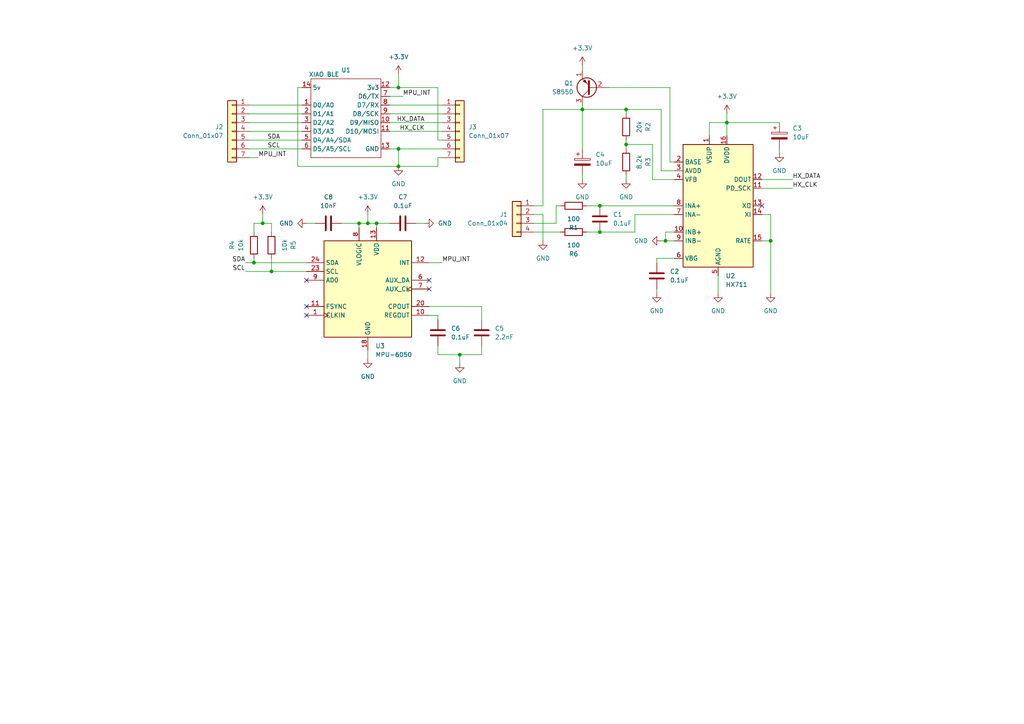
<source format=kicad_sch>
(kicad_sch (version 20230121) (generator eeschema)
  (paper "A4")
  (lib_symbols
    (symbol "Analog_ADC:HX711"
      (property "Reference" "U" (at 5.08 21.59 0))
      (property "Value" "HX711" (at 7.62 19.05 0))
      (symbol "HX711_0_1"
        (rectangle (start -10.16 17.78) (end 10.16 -17.78) (stroke (width 0.254)) (fill (type background)))
      )
      (symbol "HX711_1_1"
        (pin power_in line (at -2.54 20.32 270) (length 2.54) (name "VSUP") (number "1"))
        (pin input line (at -12.7 -7.62 0) (length 2.54) (name "INB+") (number "10"))
        (pin input line (at 12.7 5.08 180) (length 2.54) (name "PD_SCK") (number "11"))
        (pin output line (at 12.7 7.62 180) (length 2.54) (name "DOUT") (number "12"))
        (pin passive line (at 12.7 0 180) (length 2.54) (name "XO") (number "13"))
        (pin passive line (at 12.7 -2.54 180) (length 2.54) (name "XI") (number "14"))
        (pin input line (at 12.7 -10.16 180) (length 2.54) (name "RATE") (number "15"))
        (pin power_in line (at 2.54 20.32 270) (length 2.54) (name "DVDD") (number "16"))
        (pin passive line (at -12.7 12.7 0) (length 2.54) (name "BASE") (number "2"))
        (pin power_in line (at -12.7 10.16 0) (length 2.54) (name "AVDD") (number "3"))
        (pin input line (at -12.7 7.62 0) (length 2.54) (name "VFB") (number "4"))
        (pin power_in line (at 0 -20.32 90) (length 2.54) (name "AGND") (number "5"))
        (pin passive line (at -12.7 -15.24 0) (length 2.54) (name "VBG") (number "6"))
        (pin input line (at -12.7 -2.54 0) (length 2.54) (name "INA-") (number "7"))
        (pin input line (at -12.7 0 0) (length 2.54) (name "INA+") (number "8"))
        (pin input line (at -12.7 -10.16 0) (length 2.54) (name "INB-") (number "9"))
      )
    )
    (symbol "Connector_Generic:Conn_01x04" (pin_names (offset 1.016) hide)
      (property "Reference" "J" (at 0 5.08 0))
      (property "Value" "Conn_01x04" (at 0 -7.62 0))
      (symbol "Conn_01x04_1_1"
        (rectangle (start -1.27 -4.953) (end 0 -5.207) (stroke (width 0.1524)))
        (rectangle (start -1.27 -2.413) (end 0 -2.667) (stroke (width 0.1524)))
        (rectangle (start -1.27 0.127) (end 0 -0.127) (stroke (width 0.1524)))
        (rectangle (start -1.27 2.667) (end 0 2.413) (stroke (width 0.1524)))
        (rectangle (start -1.27 3.81) (end 1.27 -6.35) (stroke (width 0.254)) (fill (type background)))
        (pin passive line (at -5.08 2.54 0) (length 3.81) (name "Pin_1") (number "1"))
        (pin passive line (at -5.08 0 0) (length 3.81) (name "Pin_2") (number "2"))
        (pin passive line (at -5.08 -2.54 0) (length 3.81) (name "Pin_3") (number "3"))
        (pin passive line (at -5.08 -5.08 0) (length 3.81) (name "Pin_4") (number "4"))
      )
    )
    (symbol "Connector_Generic:Conn_01x07" (pin_names (offset 1.016) hide)
      (property "Reference" "J" (at 0 10.16 0))
      (property "Value" "Conn_01x07" (at 0 -10.16 0))
      (symbol "Conn_01x07_1_1"
        (rectangle (start -1.27 -7.493) (end 0 -7.747) (stroke (width 0.1524)))
        (rectangle (start -1.27 -4.953) (end 0 -5.207) (stroke (width 0.1524)))
        (rectangle (start -1.27 -2.413) (end 0 -2.667) (stroke (width 0.1524)))
        (rectangle (start -1.27 0.127) (end 0 -0.127) (stroke (width 0.1524)))
        (rectangle (start -1.27 2.667) (end 0 2.413) (stroke (width 0.1524)))
        (rectangle (start -1.27 5.207) (end 0 4.953) (stroke (width 0.1524)))
        (rectangle (start -1.27 7.747) (end 0 7.493) (stroke (width 0.1524)))
        (rectangle (start -1.27 8.89) (end 1.27 -8.89) (stroke (width 0.254)) (fill (type background)))
        (pin passive line (at -5.08 7.62 0) (length 3.81) (name "Pin_1") (number "1"))
        (pin passive line (at -5.08 5.08 0) (length 3.81) (name "Pin_2") (number "2"))
        (pin passive line (at -5.08 2.54 0) (length 3.81) (name "Pin_3") (number "3"))
        (pin passive line (at -5.08 0 0) (length 3.81) (name "Pin_4") (number "4"))
        (pin passive line (at -5.08 -2.54 0) (length 3.81) (name "Pin_5") (number "5"))
        (pin passive line (at -5.08 -5.08 0) (length 3.81) (name "Pin_6") (number "6"))
        (pin passive line (at -5.08 -7.62 0) (length 3.81) (name "Pin_7") (number "7"))
      )
    )
    (symbol "Device:C" (pin_numbers hide) (pin_names (offset 0.254))
      (property "Reference" "C" (at 0.635 2.54 0))
      (property "Value" "C" (at 0.635 -2.54 0))
      (symbol "C_0_1"
        (polyline (pts (xy -2.032 -0.762) (xy 2.032 -0.762)) (stroke (width 0.508)))
        (polyline (pts (xy -2.032 0.762) (xy 2.032 0.762)) (stroke (width 0.508)))
      )
      (symbol "C_1_1"
        (pin passive line (at 0 3.81 270) (length 2.794) (name "~") (number "1"))
        (pin passive line (at 0 -3.81 90) (length 2.794) (name "~") (number "2"))
      )
    )
    (symbol "Device:C_Polarized" (pin_numbers hide) (pin_names (offset 0.254))
      (property "Reference" "C" (at 0.635 2.54 0))
      (property "Value" "C_Polarized" (at 0.635 -2.54 0))
      (symbol "C_Polarized_0_1"
        (rectangle (start -2.286 0.508) (end 2.286 1.016))
        (polyline (pts (xy -1.778 2.286) (xy -0.762 2.286)))
        (polyline (pts (xy -1.27 2.794) (xy -1.27 1.778)))
        (rectangle (start 2.286 -0.508) (end -2.286 -1.016) (fill (type outline)))
      )
      (symbol "C_Polarized_1_1"
        (pin passive line (at 0 3.81 270) (length 2.794) (name "~") (number "1"))
        (pin passive line (at 0 -3.81 90) (length 2.794) (name "~") (number "2"))
      )
    )
    (symbol "Device:R" (pin_numbers hide) (pin_names (offset 0))
      (property "Reference" "R" (at 2.032 0 90))
      (property "Value" "R" (at 0 0 90))
      (symbol "R_0_1"
        (rectangle (start -1.016 -2.54) (end 1.016 2.54) (stroke (width 0.254)))
      )
      (symbol "R_1_1"
        (pin passive line (at 0 3.81 270) (length 1.27) (name "~") (number "1"))
        (pin passive line (at 0 -3.81 90) (length 1.27) (name "~") (number "2"))
      )
    )
    (symbol "SeedStudio:XIAO_BLE"
      (property "Reference" "U1" (at 6.35 1.27 0))
      (property "Value" "~" (at 0 0 0))
      (symbol "XIAO_BLE_0_1"
        (rectangle (start -3.81 -1.27) (end 16.51 -24.13))
      )
      (symbol "XIAO_BLE_1_1"
        (pin bidirectional line (at -6.35 -8.89 0) (length 2.54) (name "D0/A0") (number "1"))
        (pin bidirectional line (at 19.05 -13.97 180) (length 2.54) (name "D9/MISO") (number "10"))
        (pin bidirectional line (at 19.05 -16.51 180) (length 2.54) (name "D10/MOSI") (number "11"))
        (pin power_in line (at 19.05 -3.81 180) (length 2.54) (name "3v3") (number "12"))
        (pin power_in line (at 19.05 -21.59 180) (length 2.54) (name "GND") (number "13"))
        (pin power_out line (at -6.35 -3.81 0) (length 2.54) (name "5v") (number "14"))
        (pin bidirectional line (at -6.35 -11.43 0) (length 2.54) (name "D1/A1") (number "2"))
        (pin bidirectional line (at -6.35 -13.97 0) (length 2.54) (name "D2/A2") (number "3"))
        (pin bidirectional line (at -6.35 -16.51 0) (length 2.54) (name "D3/A3") (number "4"))
        (pin bidirectional line (at -6.35 -19.05 0) (length 2.54) (name "D4/A4/SDA") (number "5"))
        (pin bidirectional line (at -6.35 -21.59 0) (length 2.54) (name "D5/A5/SCL") (number "6"))
        (pin bidirectional line (at 19.05 -6.35 180) (length 2.54) (name "D6/TX") (number "7"))
        (pin bidirectional line (at 19.05 -8.89 180) (length 2.54) (name "D7/RX") (number "8"))
        (pin bidirectional line (at 19.05 -11.43 180) (length 2.54) (name "D8/SCK") (number "9"))
      )
    )
    (symbol "Sensor_Motion:MPU-6050"
      (property "Reference" "U" (at -11.43 13.97 0))
      (property "Value" "MPU-6050" (at 7.62 -15.24 0))
      (symbol "MPU-6050_0_0"
        (text "" (at 12.7 -2.54 0) (effects (font (size 1.27 1.27))))
      )
      (symbol "MPU-6050_0_1"
        (rectangle (start -12.7 13.97) (end 12.7 -13.97) (stroke (width 0.254)) (fill (type background)))
      )
      (symbol "MPU-6050_1_1"
        (pin input clock (at -17.78 -7.62 0) (length 5.08) (name "CLKIN") (number "1"))
        (pin passive line (at 17.78 -7.62 180) (length 5.08) (name "REGOUT") (number "10"))
        (pin input line (at -17.78 -5.08 0) (length 5.08) (name "FSYNC") (number "11"))
        (pin output line (at 17.78 7.62 180) (length 5.08) (name "INT") (number "12"))
        (pin power_in line (at 2.54 17.78 270) (length 3.81) (name "VDD") (number "13"))
        (pin no_connect line (at -12.7 -10.16 0) (length 2.54) hide (name "NC") (number "14"))
        (pin no_connect line (at 12.7 12.7 180) (length 2.54) hide (name "NC") (number "15"))
        (pin no_connect line (at 12.7 10.16 180) (length 2.54) hide (name "NC") (number "16"))
        (pin no_connect line (at 12.7 5.08 180) (length 2.54) hide (name "NC") (number "17"))
        (pin power_in line (at 0 -17.78 90) (length 3.81) (name "GND") (number "18"))
        (pin no_connect line (at 12.7 -10.16 180) (length 2.54) hide (name "RESV") (number "19"))
        (pin no_connect line (at -12.7 12.7 0) (length 2.54) hide (name "NC") (number "2"))
        (pin passive line (at 17.78 -5.08 180) (length 5.08) (name "CPOUT") (number "20"))
        (pin no_connect line (at 12.7 -2.54 180) (length 2.54) hide (name "RESV") (number "21"))
        (pin no_connect line (at 12.7 -12.7 180) (length 2.54) hide (name "RESV") (number "22"))
        (pin input line (at -17.78 5.08 0) (length 5.08) (name "SCL") (number "23"))
        (pin bidirectional line (at -17.78 7.62 0) (length 5.08) (name "SDA") (number "24"))
        (pin no_connect line (at -12.7 10.16 0) (length 2.54) hide (name "NC") (number "3"))
        (pin no_connect line (at -12.7 0 0) (length 2.54) hide (name "NC") (number "4"))
        (pin no_connect line (at -12.7 -2.54 0) (length 2.54) hide (name "NC") (number "5"))
        (pin bidirectional line (at 17.78 2.54 180) (length 5.08) (name "AUX_DA") (number "6"))
        (pin output clock (at 17.78 0 180) (length 5.08) (name "AUX_CL") (number "7"))
        (pin power_in line (at -2.54 17.78 270) (length 3.81) (name "VLOGIC") (number "8"))
        (pin input line (at -17.78 2.54 0) (length 5.08) (name "AD0") (number "9"))
      )
    )
    (symbol "Transistor_BJT:S8550" (pin_names (offset 0) hide)
      (property "Reference" "Q" (at 5.08 1.905 0))
      (property "Value" "S8550" (at 5.08 0 0))
      (symbol "S8550_0_1"
        (polyline (pts (xy 0 0) (xy 0.635 0)))
        (polyline (pts (xy 2.54 -2.54) (xy 0.635 -0.635)))
        (polyline (pts (xy 2.54 2.54) (xy 0.635 0.635)))
        (polyline (pts (xy 0.635 1.905) (xy 0.635 -1.905) (xy 0.635 -1.905)) (stroke (width 0.508)) (fill (type outline)))
        (polyline (pts (xy 1.778 -2.286) (xy 2.286 -1.778) (xy 1.27 -1.27) (xy 1.778 -2.286) (xy 1.778 -2.286)) (fill (type outline)))
        (circle (center 1.27 0) (radius 2.8194) (stroke (width 0.254)))
      )
      (symbol "S8550_1_1"
        (pin passive line (at 2.54 -5.08 90) (length 2.54) (name "E") (number "1"))
        (pin input line (at -5.08 0 0) (length 5.08) (name "B") (number "2"))
        (pin passive line (at 2.54 5.08 270) (length 2.54) (name "C") (number "3"))
      )
    )
    (symbol "power:+3.3V" (power) (pin_names (offset 0))
      (property "Value" "+3.3V" (at 0 3.556 0))
      (symbol "+3.3V_0_1"
        (polyline (pts (xy -0.762 1.27) (xy 0 2.54)))
        (polyline (pts (xy 0 0) (xy 0 2.54)))
        (polyline (pts (xy 0 2.54) (xy 0.762 1.27)))
      )
      (symbol "+3.3V_1_1"
        (pin power_in line (at 0 0 90) (length 0) hide (name "+3.3V") (number "1"))
      )
    )
    (symbol "power:GND" (power) (pin_names (offset 0))
      (property "Value" "GND" (at 0 -3.81 0))
      (symbol "GND_0_1"
        (polyline (pts (xy 0 0) (xy 0 -1.27) (xy 1.27 -1.27) (xy 0 -2.54) (xy -1.27 -1.27) (xy 0 -1.27)))
      )
      (symbol "GND_1_1"
        (pin power_in line (at 0 0 270) (length 0) hide (name "GND") (number "1"))
      )
    )
  )
  (junction (at 173.99 67.31))
  (junction (at 115.57 48.26))
  (junction (at 115.57 43.18))
  (junction (at 109.22 64.77))
  (junction (at 168.91 31.75))
  (junction (at 104.14 64.77))
  (junction (at 210.82 35.56))
  (junction (at 76.2 64.77))
  (junction (at 106.68 64.77))
  (junction (at 115.57 25.4))
  (junction (at 173.99 59.69))
  (junction (at 223.52 69.85))
  (junction (at 193.04 69.85))
  (junction (at 133.35 102.87))
  (junction (at 78.74 78.74))
  (junction (at 181.61 41.91))
  (junction (at 181.61 31.75))
  (junction (at 73.66 76.2))
  (no_connect (at 124.46 81.28))
  (no_connect (at 88.9 88.9))
  (no_connect (at 88.9 91.44))
  (no_connect (at 220.98 59.69))
  (no_connect (at 88.9 81.28))
  (no_connect (at 124.46 83.82))
  (wire (pts (xy 72.39 30.48) (xy 87.63 30.48)))
  (wire (pts (xy 195.58 74.93) (xy 190.5 74.93)))
  (wire (pts (xy 210.82 33.02) (xy 210.82 35.56)))
  (wire (pts (xy 124.46 76.2) (xy 128.27 76.2)))
  (wire (pts (xy 210.82 35.56) (xy 210.82 39.37)))
  (wire (pts (xy 193.04 67.31) (xy 193.04 69.85)))
  (wire (pts (xy 208.28 80.01) (xy 208.28 85.09)))
  (wire (pts (xy 139.7 100.33) (xy 139.7 102.87)))
  (wire (pts (xy 115.57 25.4) (xy 113.03 25.4)))
  (wire (pts (xy 189.23 52.07) (xy 189.23 41.91)))
  (wire (pts (xy 106.68 64.77) (xy 104.14 64.77)))
  (wire (pts (xy 73.66 74.93) (xy 73.66 76.2)))
  (wire (pts (xy 127 45.72) (xy 128.27 45.72)))
  (wire (pts (xy 115.57 43.18) (xy 128.27 43.18)))
  (wire (pts (xy 72.39 35.56) (xy 87.63 35.56)))
  (wire (pts (xy 173.99 67.31) (xy 184.15 67.31)))
  (wire (pts (xy 226.06 43.18) (xy 226.06 44.45)))
  (wire (pts (xy 193.04 69.85) (xy 195.58 69.85)))
  (wire (pts (xy 220.98 62.23) (xy 223.52 62.23)))
  (wire (pts (xy 223.52 62.23) (xy 223.52 69.85)))
  (wire (pts (xy 109.22 64.77) (xy 113.03 64.77)))
  (wire (pts (xy 76.2 64.77) (xy 76.2 62.23)))
  (wire (pts (xy 194.31 46.99) (xy 194.31 25.4)))
  (wire (pts (xy 72.39 45.72) (xy 74.93 45.72)))
  (wire (pts (xy 106.68 64.77) (xy 109.22 64.77)))
  (wire (pts (xy 113.03 33.02) (xy 128.27 33.02)))
  (wire (pts (xy 113.03 38.1) (xy 128.27 38.1)))
  (wire (pts (xy 120.65 64.77) (xy 123.19 64.77)))
  (wire (pts (xy 99.06 64.77) (xy 104.14 64.77)))
  (wire (pts (xy 115.57 43.18) (xy 115.57 48.26)))
  (wire (pts (xy 127 25.4) (xy 115.57 25.4)))
  (wire (pts (xy 127 91.44) (xy 127 92.71)))
  (wire (pts (xy 223.52 69.85) (xy 220.98 69.85)))
  (wire (pts (xy 86.36 25.4) (xy 86.36 48.26)))
  (wire (pts (xy 220.98 54.61) (xy 229.87 54.61)))
  (wire (pts (xy 181.61 40.64) (xy 181.61 41.91)))
  (wire (pts (xy 170.18 67.31) (xy 173.99 67.31)))
  (wire (pts (xy 181.61 31.75) (xy 168.91 31.75)))
  (wire (pts (xy 86.36 48.26) (xy 115.57 48.26)))
  (wire (pts (xy 91.44 64.77) (xy 88.9 64.77)))
  (wire (pts (xy 205.74 35.56) (xy 210.82 35.56)))
  (wire (pts (xy 113.03 30.48) (xy 128.27 30.48)))
  (wire (pts (xy 72.39 33.02) (xy 87.63 33.02)))
  (wire (pts (xy 220.98 52.07) (xy 229.87 52.07)))
  (wire (pts (xy 157.48 62.23) (xy 157.48 69.85)))
  (wire (pts (xy 113.03 27.94) (xy 116.84 27.94)))
  (wire (pts (xy 168.91 19.05) (xy 168.91 20.32)))
  (wire (pts (xy 104.14 64.77) (xy 104.14 66.04)))
  (wire (pts (xy 193.04 69.85) (xy 191.77 69.85)))
  (wire (pts (xy 72.39 38.1) (xy 87.63 38.1)))
  (wire (pts (xy 139.7 88.9) (xy 139.7 92.71)))
  (wire (pts (xy 128.27 40.64) (xy 127 40.64)))
  (wire (pts (xy 157.48 31.75) (xy 168.91 31.75)))
  (wire (pts (xy 168.91 50.8) (xy 168.91 52.07)))
  (wire (pts (xy 205.74 39.37) (xy 205.74 35.56)))
  (wire (pts (xy 78.74 74.93) (xy 78.74 78.74)))
  (wire (pts (xy 157.48 31.75) (xy 157.48 59.69)))
  (wire (pts (xy 133.35 102.87) (xy 139.7 102.87)))
  (wire (pts (xy 133.35 102.87) (xy 133.35 105.41)))
  (wire (pts (xy 168.91 31.75) (xy 168.91 43.18)))
  (wire (pts (xy 106.68 101.6) (xy 106.68 104.14)))
  (wire (pts (xy 161.29 59.69) (xy 162.56 59.69)))
  (wire (pts (xy 190.5 83.82) (xy 190.5 85.09)))
  (wire (pts (xy 168.91 30.48) (xy 168.91 31.75)))
  (wire (pts (xy 173.99 59.69) (xy 195.58 59.69)))
  (wire (pts (xy 210.82 35.56) (xy 226.06 35.56)))
  (wire (pts (xy 184.15 62.23) (xy 195.58 62.23)))
  (wire (pts (xy 71.12 78.74) (xy 78.74 78.74)))
  (wire (pts (xy 170.18 59.69) (xy 173.99 59.69)))
  (wire (pts (xy 73.66 76.2) (xy 88.9 76.2)))
  (wire (pts (xy 181.61 50.8) (xy 181.61 52.07)))
  (wire (pts (xy 154.94 64.77) (xy 161.29 64.77)))
  (wire (pts (xy 113.03 35.56) (xy 128.27 35.56)))
  (wire (pts (xy 115.57 48.26) (xy 127 48.26)))
  (wire (pts (xy 154.94 62.23) (xy 157.48 62.23)))
  (wire (pts (xy 127 102.87) (xy 133.35 102.87)))
  (wire (pts (xy 194.31 25.4) (xy 176.53 25.4)))
  (wire (pts (xy 124.46 91.44) (xy 127 91.44)))
  (wire (pts (xy 154.94 59.69) (xy 157.48 59.69)))
  (wire (pts (xy 73.66 67.31) (xy 73.66 64.77)))
  (wire (pts (xy 191.77 49.53) (xy 191.77 31.75)))
  (wire (pts (xy 181.61 31.75) (xy 181.61 33.02)))
  (wire (pts (xy 78.74 67.31) (xy 78.74 64.77)))
  (wire (pts (xy 154.94 67.31) (xy 162.56 67.31)))
  (wire (pts (xy 71.12 76.2) (xy 73.66 76.2)))
  (wire (pts (xy 190.5 74.93) (xy 190.5 76.2)))
  (wire (pts (xy 87.63 25.4) (xy 86.36 25.4)))
  (wire (pts (xy 181.61 41.91) (xy 181.61 43.18)))
  (wire (pts (xy 184.15 67.31) (xy 184.15 62.23)))
  (wire (pts (xy 113.03 43.18) (xy 115.57 43.18)))
  (wire (pts (xy 127 100.33) (xy 127 102.87)))
  (wire (pts (xy 127 40.64) (xy 127 25.4)))
  (wire (pts (xy 124.46 88.9) (xy 139.7 88.9)))
  (wire (pts (xy 106.68 62.23) (xy 106.68 64.77)))
  (wire (pts (xy 78.74 78.74) (xy 88.9 78.74)))
  (wire (pts (xy 193.04 67.31) (xy 195.58 67.31)))
  (wire (pts (xy 73.66 64.77) (xy 76.2 64.77)))
  (wire (pts (xy 109.22 64.77) (xy 109.22 66.04)))
  (wire (pts (xy 127 48.26) (xy 127 45.72)))
  (wire (pts (xy 189.23 41.91) (xy 181.61 41.91)))
  (wire (pts (xy 161.29 64.77) (xy 161.29 59.69)))
  (wire (pts (xy 72.39 40.64) (xy 87.63 40.64)))
  (wire (pts (xy 191.77 31.75) (xy 181.61 31.75)))
  (wire (pts (xy 195.58 46.99) (xy 194.31 46.99)))
  (wire (pts (xy 72.39 43.18) (xy 87.63 43.18)))
  (wire (pts (xy 195.58 49.53) (xy 191.77 49.53)))
  (wire (pts (xy 195.58 52.07) (xy 189.23 52.07)))
  (wire (pts (xy 115.57 21.59) (xy 115.57 25.4)))
  (wire (pts (xy 78.74 64.77) (xy 76.2 64.77)))
  (wire (pts (xy 223.52 69.85) (xy 223.52 85.09)))
  (label "SCL" (at 81.28 43.18 180))
  (label "SDA" (at 71.12 76.2 180))
  (label "MPU_INT" (at 116.84 27.94 0))
  (label "HX_DATA" (at 123.19 35.56 180))
  (label "HX_CLK" (at 229.87 54.61 0))
  (label "HX_CLK" (at 123.19 38.1 180))
  (label "HX_DATA" (at 229.87 52.07 0))
  (label "MPU_INT" (at 74.93 45.72 0))
  (label "SCL" (at 71.12 78.74 180))
  (label "MPU_INT" (at 128.27 76.2 0))
  (label "SDA" (at 81.28 40.64 180))
  (symbol (lib_id "Device:C") (at 95.25 64.77 270) (mirror x) (unit 1)
    (property "Reference" "C8" (at 95.25 57.15 90))
    (property "Value" "10nF" (at 95.25 59.69 90))
    (property "Footprint" "Capacitor_SMD:C_0402_1005Metric" (effects hide))
    (property "LCSC" "C15195" (effects hide))
  )
  (symbol (lib_id "Device:R") (at 78.74 71.12 0) (unit 1)
    (property "Reference" "R5" (at 85.09 71.12 90))
    (property "Value" "10k" (at 82.55 71.12 90))
    (property "Footprint" "Resistor_SMD:R_0402_1005Metric" (effects hide))
    (property "LCSC" "C25744" (effects hide))
  )
  (symbol (lib_id "Device:C") (at 190.5 80.01 0) (unit 1)
    (property "Reference" "C2" (at 194.31 78.74 0) (effects (justify left)))
    (property "Value" "0.1uF" (at 194.31 81.28 0) (effects (justify left)))
    (property "Footprint" "Capacitor_SMD:C_0402_1005Metric" (effects hide))
    (property "LCSC" "C1525" (effects hide))
  )
  (symbol (lib_id "Device:R") (at 181.61 46.99 0) (unit 1)
    (property "Reference" "R3" (at 187.96 46.99 90))
    (property "Value" "8.2k" (at 185.42 46.99 90))
    (property "Footprint" "Resistor_SMD:R_0402_1005Metric" (effects hide))
    (property "LCSC" "C2906967" (effects hide))
  )
  (symbol (lib_id "Device:R") (at 73.66 71.12 0) (mirror y) (unit 1)
    (property "Reference" "R4" (at 67.31 71.12 90))
    (property "Value" "10k" (at 69.85 71.12 90))
    (property "Footprint" "Resistor_SMD:R_0402_1005Metric" (effects hide))
    (property "LCSC" "C25744" (effects hide))
  )
  (symbol (lib_id "power:+3.3V") (at 168.91 19.05 0) (unit 1)
    (property "Reference" "#PWR011" (effects hide))
    (property "Value" "+3.3V" (at 168.91 13.97 0))
  )
  (symbol (lib_id "Connector_Generic:Conn_01x07") (at 133.35 38.1 0) (unit 1) (in_bom no)
    (property "Reference" "J3" (at 135.89 36.83 0) (effects (justify left)))
    (property "Value" "Conn_01x07" (at 135.89 39.37 0) (effects (justify left)))
    (property "Footprint" "Connector_PinHeader_2.54mm:PinHeader_1x07_P2.54mm_Vertical" (effects hide))
  )
  (symbol (lib_id "power:GND") (at 157.48 69.85 0) (unit 1)
    (property "Reference" "#PWR010" (effects hide))
    (property "Value" "GND" (at 157.48 74.93 0))
  )
  (symbol (lib_id "power:GND") (at 223.52 85.09 0) (unit 1)
    (property "Reference" "#PWR05" (effects hide))
    (property "Value" "GND" (at 223.52 90.17 0))
  )
  (symbol (lib_id "Device:C_Polarized") (at 226.06 39.37 0) (unit 1)
    (property "Reference" "C3" (at 229.87 37.211 0) (effects (justify left)))
    (property "Value" "10uF" (at 229.87 39.751 0) (effects (justify left)))
    (property "Footprint" "Capacitor_SMD:C_0402_1005Metric" (effects hide))
    (property "LCSC" "C15525" (effects hide))
  )
  (symbol (lib_id "power:+3.3V") (at 210.82 33.02 0) (unit 1)
    (property "Reference" "#PWR03" (effects hide))
    (property "Value" "+3.3V" (at 210.82 27.94 0))
  )
  (symbol (lib_id "power:GND") (at 208.28 85.09 0) (unit 1)
    (property "Reference" "#PWR04" (effects hide))
    (property "Value" "GND" (at 208.28 90.17 0))
  )
  (symbol (lib_id "power:GND") (at 181.61 52.07 0) (unit 1)
    (property "Reference" "#PWR07" (effects hide))
    (property "Value" "GND" (at 181.61 57.15 0))
  )
  (symbol (lib_id "power:GND") (at 226.06 44.45 0) (unit 1)
    (property "Reference" "#PWR012" (effects hide))
    (property "Value" "GND" (at 226.06 49.53 0))
  )
  (symbol (lib_id "power:GND") (at 133.35 105.41 0) (unit 1)
    (property "Reference" "#PWR014" (effects hide))
    (property "Value" "GND" (at 133.35 110.49 0))
  )
  (symbol (lib_id "Device:C") (at 173.99 63.5 0) (unit 1)
    (property "Reference" "C1" (at 177.8 62.23 0) (effects (justify left)))
    (property "Value" "0.1uF" (at 177.8 64.77 0) (effects (justify left)))
    (property "Footprint" "Capacitor_SMD:C_0402_1005Metric" (effects hide))
    (property "LCSC" "C1525" (effects hide))
  )
  (symbol (lib_id "power:GND") (at 191.77 69.85 270) (unit 1)
    (property "Reference" "#PWR08" (effects hide))
    (property "Value" "GND" (at 187.96 69.85 90) (effects (justify right)))
  )
  (symbol (lib_id "Device:R") (at 181.61 36.83 0) (unit 1)
    (property "Reference" "R2" (at 187.96 36.83 90))
    (property "Value" "20k" (at 185.42 36.83 90))
    (property "Footprint" "Resistor_SMD:R_0402_1005Metric" (effects hide))
    (property "LCSC" "C25765" (effects hide))
  )
  (symbol (lib_id "power:+3.3V") (at 76.2 62.23 0) (unit 1)
    (property "Reference" "#PWR018" (effects hide))
    (property "Value" "+3.3V" (at 76.2 57.15 0))
  )
  (symbol (lib_id "Sensor_Motion:MPU-6050") (at 106.68 83.82 0) (unit 1)
    (property "Reference" "U3" (at 108.8741 100.33 0) (effects (justify left)))
    (property "Value" "MPU-6050" (at 108.8741 102.87 0) (effects (justify left)))
    (property "Footprint" "Sensor_Motion:InvenSense_QFN-24_4x4mm_P0.5mm" (effects hide))
    (property "Datasheet" "https://invensense.tdk.com/wp-content/uploads/2015/02/MPU-6000-Datasheet1.pdf" (effects hide))
    (property "LCSC" "C24112" (effects hide))
  )
  (symbol (lib_id "power:GND") (at 168.91 52.07 0) (unit 1)
    (property "Reference" "#PWR06" (effects hide))
    (property "Value" "GND" (at 168.91 57.15 0))
  )
  (symbol (lib_id "Transistor_BJT:S8550") (at 171.45 25.4 180) (unit 1)
    (property "Reference" "Q1" (at 166.37 24.13 0) (effects (justify left)))
    (property "Value" "S8550" (at 166.37 26.67 0) (effects (justify left)))
    (property "Footprint" "Package_TO_SOT_SMD:SOT-23" (effects hide))
    (property "Datasheet" "http://www.unisonic.com.tw/datasheet/S8550.pdf" (effects hide))
    (property "LCSC" "C105432" (effects hide))
  )
  (symbol (lib_id "Connector_Generic:Conn_01x07") (at 67.31 38.1 0) (mirror y) (unit 1) (in_bom no)
    (property "Reference" "J2" (at 64.77 36.83 0) (effects (justify left)))
    (property "Value" "Conn_01x07" (at 64.77 39.37 0) (effects (justify left)))
    (property "Footprint" "Connector_PinHeader_2.54mm:PinHeader_1x07_P2.54mm_Vertical" (effects hide))
  )
  (symbol (lib_id "power:GND") (at 123.19 64.77 90) (unit 1)
    (property "Reference" "#PWR015" (effects hide))
    (property "Value" "GND" (at 127 64.77 90) (effects (justify right)))
  )
  (symbol (lib_id "power:GND") (at 190.5 85.09 0) (unit 1)
    (property "Reference" "#PWR09" (effects hide))
    (property "Value" "GND" (at 190.5 90.17 0))
  )
  (symbol (lib_id "Device:C") (at 139.7 96.52 0) (unit 1)
    (property "Reference" "C5" (at 143.51 95.25 0) (effects (justify left)))
    (property "Value" "2.2nF" (at 143.51 97.79 0) (effects (justify left)))
    (property "Footprint" "Capacitor_SMD:C_0402_1005Metric" (effects hide))
    (property "LCSC" "C1604" (effects hide))
  )
  (symbol (lib_id "SeedStudio:XIAO_BLE") (at 93.98 21.59 0) (unit 1)
    (property "Reference" "U1" (at 100.33 20.32 0))
    (property "Value" "XIAO BLE" (at 93.98 21.59 0))
    (property "Footprint" "powermeter:MOUDLE16P-SMD-2.54-21X17.8MM" (effects hide))
  )
  (symbol (lib_id "power:+3.3V") (at 106.68 62.23 0) (unit 1)
    (property "Reference" "#PWR016" (effects hide))
    (property "Value" "+3.3V" (at 106.68 57.15 0))
  )
  (symbol (lib_id "power:+3.3V") (at 115.57 21.59 0) (unit 1)
    (property "Reference" "#PWR01" (effects hide))
    (property "Value" "+3.3V" (at 115.57 16.51 0))
  )
  (symbol (lib_id "power:GND") (at 106.68 104.14 0) (unit 1)
    (property "Reference" "#PWR013" (effects hide))
    (property "Value" "GND" (at 106.68 109.22 0))
  )
  (symbol (lib_id "Device:R") (at 166.37 59.69 270) (unit 1)
    (property "Reference" "R1" (at 166.37 66.04 90))
    (property "Value" "100" (at 166.37 63.5 90))
    (property "Footprint" "Resistor_SMD:R_0402_1005Metric" (effects hide))
    (property "LCSC" "C25076" (effects hide))
  )
  (symbol (lib_id "Device:C_Polarized") (at 168.91 46.99 0) (unit 1)
    (property "Reference" "C4" (at 172.72 44.831 0) (effects (justify left)))
    (property "Value" "10uF" (at 172.72 47.371 0) (effects (justify left)))
    (property "Footprint" "Capacitor_SMD:C_0402_1005Metric" (effects hide))
    (property "LCSC" "C15525" (effects hide))
  )
  (symbol (lib_id "Device:C") (at 116.84 64.77 90) (unit 1)
    (property "Reference" "C7" (at 116.84 57.15 90))
    (property "Value" "0.1uF" (at 116.84 59.69 90))
    (property "Footprint" "Capacitor_SMD:C_0402_1005Metric" (effects hide))
    (property "LCSC" "C1525" (effects hide))
  )
  (symbol (lib_id "Device:C") (at 127 96.52 0) (unit 1)
    (property "Reference" "C6" (at 130.81 95.25 0) (effects (justify left)))
    (property "Value" "0.1uF" (at 130.81 97.79 0) (effects (justify left)))
    (property "Footprint" "Capacitor_SMD:C_0402_1005Metric" (effects hide))
    (property "LCSC" "C1525" (effects hide))
  )
  (symbol (lib_id "power:GND") (at 88.9 64.77 270) (mirror x) (unit 1)
    (property "Reference" "#PWR017" (effects hide))
    (property "Value" "GND" (at 85.09 64.77 90) (effects (justify right)))
  )
  (symbol (lib_id "power:GND") (at 115.57 48.26 0) (unit 1)
    (property "Reference" "#PWR02" (effects hide))
    (property "Value" "GND" (at 115.57 53.34 0))
  )
  (symbol (lib_id "Analog_ADC:HX711") (at 208.28 59.69 0) (unit 1)
    (property "Reference" "U2" (at 210.4741 80.01 0) (effects (justify left)))
    (property "Value" "HX711" (at 210.4741 82.55 0) (effects (justify left)))
    (property "Footprint" "Package_SO:SOP-16_3.9x9.9mm_P1.27mm" (effects hide))
    (property "Datasheet" "https://cdn.sparkfun.com/datasheets/Sensors/ForceFlex/hx711_english.pdf" (effects hide))
    (property "LCSC" "C6705483" (effects hide))
  )
  (symbol (lib_id "Connector_Generic:Conn_01x04") (at 149.86 62.23 0) (mirror y) (unit 1) (in_bom no)
    (property "Reference" "J1" (at 147.32 62.23 0) (effects (justify left)))
    (property "Value" "Conn_01x04" (at 147.32 64.77 0) (effects (justify left)))
    (property "Footprint" "powermeter:connecteur" (effects hide))
  )
  (symbol (lib_id "Device:R") (at 166.37 67.31 270) (unit 1)
    (property "Reference" "R6" (at 166.37 73.66 90))
    (property "Value" "100" (at 166.37 71.12 90))
    (property "Footprint" "Resistor_SMD:R_0402_1005Metric" (effects hide))
    (property "LCSC" "C25076" (effects hide))
  )
)
</source>
